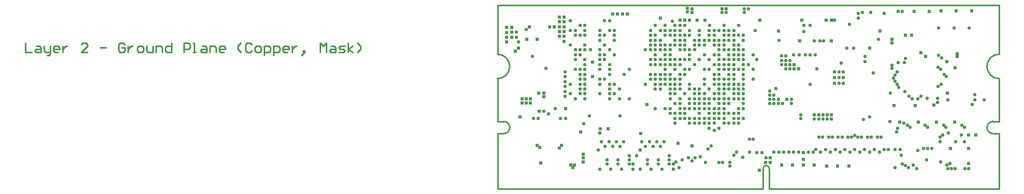
<source format=gbr>
G04 Layer_Physical_Order=2*
G04 Layer_Color=32768*
%FSLAX24Y24*%
%MOIN*%
%TF.FileFunction,Copper,L2,Inr,Plane*%
%TF.Part,Single*%
G01*
G75*
%TA.AperFunction,NonConductor*%
%ADD53C,0.0100*%
%TA.AperFunction,ViaPad*%
%ADD61C,0.0240*%
%ADD62C,0.0230*%
%ADD63C,0.0220*%
%TA.AperFunction,TestPad*%
%ADD64C,0.0220*%
D53*
X394Y3543D02*
G03*
X787Y3937I0J394D01*
G01*
D02*
G03*
X394Y4331I-394J0D01*
G01*
X0Y7087D02*
G03*
X787Y7874I0J787D01*
G01*
D02*
G03*
X0Y8661I-787J0D01*
G01*
X32283D02*
G03*
X31496Y7874I0J-787D01*
G01*
D02*
G03*
X32283Y7087I787J0D01*
G01*
X31890Y4331D02*
G03*
X31496Y3937I0J-394D01*
G01*
D02*
G03*
X31890Y3543I394J0D01*
G01*
X17480Y1299D02*
G03*
X17283Y1496I-197J0D01*
G01*
X17283D02*
G03*
X17087Y1299I0J-197D01*
G01*
X-0Y-0D02*
X0Y0D01*
X17087D01*
Y1299D01*
X17283Y1496D02*
X17283D01*
X17480Y0D02*
Y1299D01*
Y0D02*
X32283D01*
Y3150D01*
Y3543D01*
X31890D02*
X32283D01*
X31890Y4331D02*
X32283D01*
Y7087D01*
X32283Y8661D02*
X32283D01*
Y11811D01*
X0D02*
X32283D01*
X0Y8661D02*
Y11811D01*
Y8661D02*
X0D01*
X0Y4331D02*
Y7087D01*
Y4331D02*
X394D01*
X0Y3543D02*
X394D01*
X0Y-0D02*
Y3543D01*
X-0Y-0D02*
X0Y-0D01*
X-30400Y9400D02*
Y8800D01*
X-30000D01*
X-29700Y9200D02*
X-29500D01*
X-29400Y9100D01*
Y8800D01*
X-29700D01*
X-29800Y8900D01*
X-29700Y9000D01*
X-29400D01*
X-29200Y9200D02*
Y8900D01*
X-29100Y8800D01*
X-28801D01*
Y8700D01*
X-28900Y8600D01*
X-29000D01*
X-28801Y8800D02*
Y9200D01*
X-28301Y8800D02*
X-28501D01*
X-28601Y8900D01*
Y9100D01*
X-28501Y9200D01*
X-28301D01*
X-28201Y9100D01*
Y9000D01*
X-28601D01*
X-28001Y9200D02*
Y8800D01*
Y9000D01*
X-27901Y9100D01*
X-27801Y9200D01*
X-27701D01*
X-26401Y8800D02*
X-26801D01*
X-26401Y9200D01*
Y9300D01*
X-26501Y9400D01*
X-26701D01*
X-26801Y9300D01*
X-25602Y9100D02*
X-25202D01*
X-24002Y9300D02*
X-24102Y9400D01*
X-24302D01*
X-24402Y9300D01*
Y8900D01*
X-24302Y8800D01*
X-24102D01*
X-24002Y8900D01*
Y9100D01*
X-24202D01*
X-23802Y9200D02*
Y8800D01*
Y9000D01*
X-23702Y9100D01*
X-23602Y9200D01*
X-23502D01*
X-23102Y8800D02*
X-22902D01*
X-22802Y8900D01*
Y9100D01*
X-22902Y9200D01*
X-23102D01*
X-23202Y9100D01*
Y8900D01*
X-23102Y8800D01*
X-22603Y9200D02*
Y8900D01*
X-22503Y8800D01*
X-22203D01*
Y9200D01*
X-22003Y8800D02*
Y9200D01*
X-21703D01*
X-21603Y9100D01*
Y8800D01*
X-21003Y9400D02*
Y8800D01*
X-21303D01*
X-21403Y8900D01*
Y9100D01*
X-21303Y9200D01*
X-21003D01*
X-20203Y8800D02*
Y9400D01*
X-19903D01*
X-19803Y9300D01*
Y9100D01*
X-19903Y9000D01*
X-20203D01*
X-19603Y8800D02*
X-19404D01*
X-19504D01*
Y9400D01*
X-19603D01*
X-19004Y9200D02*
X-18804D01*
X-18704Y9100D01*
Y8800D01*
X-19004D01*
X-19104Y8900D01*
X-19004Y9000D01*
X-18704D01*
X-18504Y8800D02*
Y9200D01*
X-18204D01*
X-18104Y9100D01*
Y8800D01*
X-17604D02*
X-17804D01*
X-17904Y8900D01*
Y9100D01*
X-17804Y9200D01*
X-17604D01*
X-17504Y9100D01*
Y9000D01*
X-17904D01*
X-16504Y8800D02*
X-16704Y9000D01*
Y9200D01*
X-16504Y9400D01*
X-15805Y9300D02*
X-15905Y9400D01*
X-16105D01*
X-16205Y9300D01*
Y8900D01*
X-16105Y8800D01*
X-15905D01*
X-15805Y8900D01*
X-15505Y8800D02*
X-15305D01*
X-15205Y8900D01*
Y9100D01*
X-15305Y9200D01*
X-15505D01*
X-15605Y9100D01*
Y8900D01*
X-15505Y8800D01*
X-15005Y8600D02*
Y9200D01*
X-14705D01*
X-14605Y9100D01*
Y8900D01*
X-14705Y8800D01*
X-15005D01*
X-14405Y8600D02*
Y9200D01*
X-14105D01*
X-14005Y9100D01*
Y8900D01*
X-14105Y8800D01*
X-14405D01*
X-13505D02*
X-13705D01*
X-13805Y8900D01*
Y9100D01*
X-13705Y9200D01*
X-13505D01*
X-13405Y9100D01*
Y9000D01*
X-13805D01*
X-13206Y9200D02*
Y8800D01*
Y9000D01*
X-13106Y9100D01*
X-13006Y9200D01*
X-12906D01*
X-12506Y8700D02*
X-12406Y8800D01*
Y8900D01*
X-12506D01*
Y8800D01*
X-12406D01*
X-12506Y8700D01*
X-12606Y8600D01*
X-11406Y8800D02*
Y9400D01*
X-11206Y9200D01*
X-11006Y9400D01*
Y8800D01*
X-10706Y9200D02*
X-10506D01*
X-10406Y9100D01*
Y8800D01*
X-10706D01*
X-10806Y8900D01*
X-10706Y9000D01*
X-10406D01*
X-10207Y8800D02*
X-9907D01*
X-9807Y8900D01*
X-9907Y9000D01*
X-10107D01*
X-10207Y9100D01*
X-10107Y9200D01*
X-9807D01*
X-9607Y8800D02*
Y9400D01*
Y9000D02*
X-9307Y9200D01*
X-9607Y9000D02*
X-9307Y8800D01*
X-9007D02*
X-8807Y9000D01*
Y9200D01*
X-9007Y9400D01*
D61*
X19685Y1535D02*
D03*
X16850Y1181D02*
D03*
X24882Y11299D02*
D03*
X14449Y11575D02*
D03*
X14724D02*
D03*
X12520D02*
D03*
Y11339D02*
D03*
X12205Y11614D02*
D03*
X29587Y8701D02*
D03*
X19685Y2323D02*
D03*
X2126Y5512D02*
D03*
Y5787D02*
D03*
X1575D02*
D03*
Y5512D02*
D03*
X1850D02*
D03*
X21693Y7520D02*
D03*
Y7165D02*
D03*
Y6772D02*
D03*
X24606Y10157D02*
D03*
X16890Y10866D02*
D03*
X591Y9449D02*
D03*
Y9764D02*
D03*
Y10065D02*
D03*
Y10394D02*
D03*
X2047Y10433D02*
D03*
X4291Y9488D02*
D03*
X3976Y11063D02*
D03*
X21496Y4488D02*
D03*
Y4764D02*
D03*
X21220D02*
D03*
X25886Y4291D02*
D03*
X20394Y1535D02*
D03*
X18976D02*
D03*
X18268D02*
D03*
X19685Y1890D02*
D03*
X17559Y1969D02*
D03*
Y1693D02*
D03*
X17244D02*
D03*
X25512Y5354D02*
D03*
X25787Y11417D02*
D03*
X19449Y9528D02*
D03*
X25394Y9606D02*
D03*
Y9370D02*
D03*
X29449Y7795D02*
D03*
X6575Y3589D02*
D03*
X9213Y3543D02*
D03*
X9173Y2480D02*
D03*
X12520Y2756D02*
D03*
X11614Y2913D02*
D03*
X6614Y3858D02*
D03*
X7126D02*
D03*
X2795Y1654D02*
D03*
X1850Y5787D02*
D03*
X2638Y6142D02*
D03*
X9606Y5433D02*
D03*
X6102Y7205D02*
D03*
X4843Y1339D02*
D03*
X4961Y1535D02*
D03*
X4724D02*
D03*
X5512Y1732D02*
D03*
Y1969D02*
D03*
Y2205D02*
D03*
X2717Y2638D02*
D03*
X2559Y2795D02*
D03*
X4118Y2772D02*
D03*
X3971Y2632D02*
D03*
X2992Y6142D02*
D03*
Y5906D02*
D03*
X6102Y8150D02*
D03*
X5354Y3661D02*
D03*
X2677Y5000D02*
D03*
X1457Y4606D02*
D03*
X4370Y5157D02*
D03*
X1339Y9055D02*
D03*
X2559Y9606D02*
D03*
X906Y10394D02*
D03*
Y10079D02*
D03*
Y9764D02*
D03*
X1890Y9606D02*
D03*
X1142Y8858D02*
D03*
X3346Y10433D02*
D03*
X3661D02*
D03*
X3976D02*
D03*
Y10748D02*
D03*
Y10118D02*
D03*
X12047Y10866D02*
D03*
X12362D02*
D03*
X11732D02*
D03*
X12835D02*
D03*
X27559Y8504D02*
D03*
X27244Y8740D02*
D03*
X26654Y9882D02*
D03*
X26260D02*
D03*
X28898Y8189D02*
D03*
X29587Y8504D02*
D03*
X27067Y4291D02*
D03*
X28248D02*
D03*
X29429D02*
D03*
X28937Y6142D02*
D03*
X26870Y5354D02*
D03*
X28071Y5394D02*
D03*
X28543Y11457D02*
D03*
X29528D02*
D03*
X30512D02*
D03*
X27795Y11417D02*
D03*
X19567Y10866D02*
D03*
X21142D02*
D03*
X26811Y11417D02*
D03*
X30315Y3465D02*
D03*
X30787D02*
D03*
X30325Y1614D02*
D03*
X29134Y2598D02*
D03*
X30315D02*
D03*
X29124Y1614D02*
D03*
X21890Y1457D02*
D03*
X22598D02*
D03*
X21181D02*
D03*
X21496Y9528D02*
D03*
X23937Y9055D02*
D03*
X20945Y4764D02*
D03*
X20669D02*
D03*
X20394D02*
D03*
X8346Y11260D02*
D03*
X8031D02*
D03*
X7717D02*
D03*
X7402D02*
D03*
X3976Y9803D02*
D03*
X4291D02*
D03*
Y10118D02*
D03*
Y10433D02*
D03*
Y10748D02*
D03*
Y11063D02*
D03*
X21693Y10866D02*
D03*
X21496D02*
D03*
X13346D02*
D03*
X18071Y10157D02*
D03*
X10472Y10984D02*
D03*
X19094Y7992D02*
D03*
Y7717D02*
D03*
X19370D02*
D03*
D62*
X16142Y11575D02*
D03*
X14724Y11339D02*
D03*
X14449D02*
D03*
X15866Y11575D02*
D03*
Y11339D02*
D03*
X21220Y4488D02*
D03*
X20945D02*
D03*
X20669D02*
D03*
X20394D02*
D03*
X11417Y6102D02*
D03*
X11102Y8628D02*
D03*
X17913Y6457D02*
D03*
X18898Y5472D02*
D03*
Y5748D02*
D03*
X18622D02*
D03*
X18346Y5472D02*
D03*
X18071Y5748D02*
D03*
Y5472D02*
D03*
X17795D02*
D03*
Y5748D02*
D03*
Y6024D02*
D03*
X17520Y5472D02*
D03*
Y5748D02*
D03*
Y6024D02*
D03*
Y6299D02*
D03*
X22244Y7520D02*
D03*
X21969D02*
D03*
Y6772D02*
D03*
X22244Y7165D02*
D03*
X21969D02*
D03*
X22244Y6772D02*
D03*
X1220Y9764D02*
D03*
Y10079D02*
D03*
X1850Y10236D02*
D03*
X12205Y11378D02*
D03*
X14567Y6102D02*
D03*
X12992D02*
D03*
X3110Y7756D02*
D03*
X5984Y8937D02*
D03*
X5000Y5787D02*
D03*
X5630Y6417D02*
D03*
X6575Y7677D02*
D03*
X5630Y6732D02*
D03*
X6575D02*
D03*
Y7047D02*
D03*
X6890Y7047D02*
D03*
X5630Y7677D02*
D03*
X7205Y5787D02*
D03*
Y6102D02*
D03*
X5315Y7677D02*
D03*
X7205Y7362D02*
D03*
X10472D02*
D03*
X6575Y7992D02*
D03*
Y8307D02*
D03*
X10472Y6417D02*
D03*
X11417Y9567D02*
D03*
Y9882D02*
D03*
X12047Y7362D02*
D03*
X11732D02*
D03*
X12992Y5787D02*
D03*
Y5472D02*
D03*
X12362Y5787D02*
D03*
X14567Y7047D02*
D03*
X12992Y6417D02*
D03*
X13307Y7047D02*
D03*
X13937Y6102D02*
D03*
Y6732D02*
D03*
X13622Y6417D02*
D03*
X13937Y7362D02*
D03*
X13622Y7677D02*
D03*
X10472Y9567D02*
D03*
Y10197D02*
D03*
X12677Y4528D02*
D03*
X13307Y5157D02*
D03*
X13937D02*
D03*
X14882Y4843D02*
D03*
X15512Y5787D02*
D03*
X15827Y7362D02*
D03*
X15197Y7992D02*
D03*
X15827Y4528D02*
D03*
Y9567D02*
D03*
X14567Y9252D02*
D03*
Y9882D02*
D03*
X14252Y8307D02*
D03*
X13622D02*
D03*
X13307Y8622D02*
D03*
X12047Y7677D02*
D03*
X12362Y8307D02*
D03*
Y8622D02*
D03*
X12992Y8307D02*
D03*
X11732D02*
D03*
Y7047D02*
D03*
X12047Y9252D02*
D03*
Y9567D02*
D03*
X11732Y10197D02*
D03*
X12362Y6732D02*
D03*
X12047Y4843D02*
D03*
X11732Y5472D02*
D03*
Y6732D02*
D03*
X11102Y7992D02*
D03*
X11732Y7992D02*
D03*
X12047Y6102D02*
D03*
X5000Y8307D02*
D03*
X4685Y10827D02*
D03*
Y10197D02*
D03*
X5000D02*
D03*
X4685Y9252D02*
D03*
X5000Y8622D02*
D03*
X4685Y6732D02*
D03*
Y6102D02*
D03*
X7205Y10827D02*
D03*
X7520Y10197D02*
D03*
Y9882D02*
D03*
Y9567D02*
D03*
X6890Y8622D02*
D03*
X7205Y7992D02*
D03*
X7520Y6732D02*
D03*
Y6102D02*
D03*
X7205Y7677D02*
D03*
X5630Y7362D02*
D03*
Y5787D02*
D03*
Y7992D02*
D03*
X7205Y6732D02*
D03*
Y6417D02*
D03*
X5630Y6102D02*
D03*
X6575D02*
D03*
X5630Y7047D02*
D03*
X11102Y8307D02*
D03*
X10157Y8622D02*
D03*
X10787Y9882D02*
D03*
X2244Y8504D02*
D03*
X12677Y7992D02*
D03*
X13307Y9252D02*
D03*
X25394Y7953D02*
D03*
Y7756D02*
D03*
X25984Y2165D02*
D03*
X13307Y6102D02*
D03*
X18268Y8543D02*
D03*
X18543D02*
D03*
X18268Y8268D02*
D03*
X18543D02*
D03*
X18819D02*
D03*
Y7992D02*
D03*
X18543D02*
D03*
X18268D02*
D03*
X18543Y7717D02*
D03*
X18819D02*
D03*
D63*
X24528Y9606D02*
D03*
X16220Y3189D02*
D03*
X16457D02*
D03*
X20000Y2362D02*
D03*
X18425D02*
D03*
X19055D02*
D03*
X16693Y2323D02*
D03*
X19370Y2362D02*
D03*
X18740D02*
D03*
X18110D02*
D03*
X17795D02*
D03*
X17008Y2323D02*
D03*
X16220Y2362D02*
D03*
X14961Y1693D02*
D03*
Y1457D02*
D03*
X25591Y2520D02*
D03*
X25906D02*
D03*
X25157D02*
D03*
X24882D02*
D03*
X24252D02*
D03*
X23622D02*
D03*
X22992D02*
D03*
X22362D02*
D03*
X21732D02*
D03*
X21102D02*
D03*
X20472D02*
D03*
X27953Y2598D02*
D03*
X27402D02*
D03*
X27677D02*
D03*
X26378Y4094D02*
D03*
X26142Y4213D02*
D03*
X23819Y3307D02*
D03*
X23307Y2362D02*
D03*
X23425Y3307D02*
D03*
X22992Y3425D02*
D03*
X20669Y3307D02*
D03*
X21299D02*
D03*
X20906D02*
D03*
X21929D02*
D03*
X21535D02*
D03*
X22559D02*
D03*
X22165D02*
D03*
X23189D02*
D03*
X22795D02*
D03*
X24449D02*
D03*
X24055D02*
D03*
X24685D02*
D03*
X20787Y2362D02*
D03*
X13032Y2047D02*
D03*
X12717Y1969D02*
D03*
X12520Y1772D02*
D03*
X9843Y9882D02*
D03*
X11732Y5787D02*
D03*
X19528Y4764D02*
D03*
Y4528D02*
D03*
X11102Y9252D02*
D03*
X22480Y9055D02*
D03*
X22913D02*
D03*
X22126Y8071D02*
D03*
X23228Y10984D02*
D03*
Y11299D02*
D03*
X22638Y10591D02*
D03*
X24016Y11339D02*
D03*
X26063Y11417D02*
D03*
X19409Y8622D02*
D03*
X19803D02*
D03*
X20118D02*
D03*
X20433D02*
D03*
X19055D02*
D03*
X17283Y1969D02*
D03*
X25669Y3661D02*
D03*
X28661Y3465D02*
D03*
X16457Y8622D02*
D03*
X15512Y8937D02*
D03*
X15827D02*
D03*
X14567Y8307D02*
D03*
X14882Y7992D02*
D03*
X15197Y2165D02*
D03*
X15787Y2008D02*
D03*
X24567Y2362D02*
D03*
X14567Y7992D02*
D03*
X14882Y8307D02*
D03*
Y7677D02*
D03*
X15197Y8307D02*
D03*
X15512D02*
D03*
X15827D02*
D03*
X15197Y7677D02*
D03*
X23937Y2362D02*
D03*
X16457Y7677D02*
D03*
X16142Y7992D02*
D03*
X16457Y7047D02*
D03*
X14252Y7992D02*
D03*
X15827Y7677D02*
D03*
Y7992D02*
D03*
X15512Y7677D02*
D03*
X13937Y8622D02*
D03*
X14567Y7677D02*
D03*
X15197Y7362D02*
D03*
X13937Y7992D02*
D03*
X14252Y7677D02*
D03*
X22047Y2362D02*
D03*
X15827Y7047D02*
D03*
X14882Y7362D02*
D03*
Y7047D02*
D03*
X27047Y2441D02*
D03*
X15827Y8622D02*
D03*
X14882D02*
D03*
X15197D02*
D03*
Y9252D02*
D03*
X15512D02*
D03*
Y8622D02*
D03*
X26457Y1339D02*
D03*
X26732Y1535D02*
D03*
X26969Y1299D02*
D03*
X27598Y1850D02*
D03*
X27520Y4094D02*
D03*
X28465Y3031D02*
D03*
Y3307D02*
D03*
X28504Y1732D02*
D03*
X31299Y5709D02*
D03*
X30709Y6063D02*
D03*
Y5709D02*
D03*
X11732Y9567D02*
D03*
X12047Y8937D02*
D03*
X12677Y9567D02*
D03*
Y9252D02*
D03*
X29843Y3465D02*
D03*
X30039Y3937D02*
D03*
X29488Y3031D02*
D03*
X29882Y4094D02*
D03*
X29016Y3583D02*
D03*
X13937Y9567D02*
D03*
Y10197D02*
D03*
X14252D02*
D03*
X14567Y10512D02*
D03*
X30039Y3031D02*
D03*
X20748Y9528D02*
D03*
X15197Y9882D02*
D03*
Y9567D02*
D03*
X14567Y10197D02*
D03*
X13622Y9882D02*
D03*
Y10197D02*
D03*
X14252Y9567D02*
D03*
X14882Y8937D02*
D03*
X15197D02*
D03*
X15827Y9882D02*
D03*
X18110Y9567D02*
D03*
X14882D02*
D03*
X20394Y9528D02*
D03*
X14567Y9567D02*
D03*
X13937Y9882D02*
D03*
X12047D02*
D03*
X13543Y2559D02*
D03*
X13740Y2756D02*
D03*
X14488Y1693D02*
D03*
X14252D02*
D03*
X13386D02*
D03*
X15827Y5157D02*
D03*
X15512D02*
D03*
X15827Y6102D02*
D03*
Y6417D02*
D03*
X15512Y6102D02*
D03*
X15197Y6417D02*
D03*
X14567Y5157D02*
D03*
X11693Y1339D02*
D03*
X11496Y1732D02*
D03*
X11890Y1850D02*
D03*
X15512Y4213D02*
D03*
X15197D02*
D03*
X15512Y4843D02*
D03*
Y4528D02*
D03*
X15197D02*
D03*
Y4843D02*
D03*
X14567Y4528D02*
D03*
Y4843D02*
D03*
X14882Y5787D02*
D03*
X14252Y4843D02*
D03*
Y4528D02*
D03*
X13937Y3740D02*
D03*
X13622Y5157D02*
D03*
Y3898D02*
D03*
Y4213D02*
D03*
X12992Y4843D02*
D03*
X12992Y5157D02*
D03*
X8937Y2126D02*
D03*
X12992Y4213D02*
D03*
X13307Y4528D02*
D03*
X12992D02*
D03*
X12362D02*
D03*
X12047D02*
D03*
X12677Y5472D02*
D03*
X11417Y4843D02*
D03*
Y4528D02*
D03*
X12362Y5157D02*
D03*
X7874Y2717D02*
D03*
X7402D02*
D03*
X6929D02*
D03*
X8110Y3031D02*
D03*
X7638D02*
D03*
X7165D02*
D03*
X6693D02*
D03*
X14252Y5472D02*
D03*
X13937Y5787D02*
D03*
Y4843D02*
D03*
X13622D02*
D03*
Y5472D02*
D03*
X16575Y10197D02*
D03*
X25276Y6142D02*
D03*
X14567Y8937D02*
D03*
X19724Y10118D02*
D03*
X20118Y10512D02*
D03*
X19724D02*
D03*
X14252Y6102D02*
D03*
X13622Y4528D02*
D03*
Y5787D02*
D03*
X13307D02*
D03*
X12677D02*
D03*
X8465Y2126D02*
D03*
X8701Y1575D02*
D03*
X11417Y5472D02*
D03*
X11102Y5157D02*
D03*
X9173Y1260D02*
D03*
X9882D02*
D03*
X9646Y1575D02*
D03*
Y1850D02*
D03*
X10354Y1575D02*
D03*
Y1850D02*
D03*
X10591Y1260D02*
D03*
X11063Y1850D02*
D03*
Y1575D02*
D03*
X11299Y1260D02*
D03*
X8701D02*
D03*
X8465Y1575D02*
D03*
Y1850D02*
D03*
X7992Y1260D02*
D03*
X7756Y1850D02*
D03*
Y1575D02*
D03*
X7047Y1850D02*
D03*
Y1575D02*
D03*
X7283Y1260D02*
D03*
X6575D02*
D03*
X10787Y5157D02*
D03*
X10157D02*
D03*
X4331Y7520D02*
D03*
Y7205D02*
D03*
Y6890D02*
D03*
Y6575D02*
D03*
Y6260D02*
D03*
Y5945D02*
D03*
X11102Y10197D02*
D03*
X6575Y9567D02*
D03*
X5315Y6732D02*
D03*
X10787Y7362D02*
D03*
Y7047D02*
D03*
X10472D02*
D03*
X10157Y6417D02*
D03*
X10787Y7677D02*
D03*
X11102Y6732D02*
D03*
X8465Y7677D02*
D03*
X5315Y6102D02*
D03*
X10787Y7992D02*
D03*
X10157Y7362D02*
D03*
X9843Y7047D02*
D03*
X5315Y6417D02*
D03*
X11102Y7362D02*
D03*
X5315Y7047D02*
D03*
X11417Y6417D02*
D03*
X8465Y5787D02*
D03*
X11102D02*
D03*
X10157Y6732D02*
D03*
X13307Y5472D02*
D03*
X15512Y6732D02*
D03*
X12047Y8307D02*
D03*
X12362Y8937D02*
D03*
X11732D02*
D03*
X12677Y6417D02*
D03*
X12362D02*
D03*
X12677Y6102D02*
D03*
X12362Y7677D02*
D03*
X11732Y6417D02*
D03*
X5000Y9882D02*
D03*
X7520Y8622D02*
D03*
X10472Y6732D02*
D03*
X11102Y7047D02*
D03*
X10157D02*
D03*
X10787Y9252D02*
D03*
X7835Y5787D02*
D03*
X11102Y6417D02*
D03*
X5315Y7362D02*
D03*
X5000Y7677D02*
D03*
X9528Y6732D02*
D03*
X11102Y6102D02*
D03*
X10787Y6732D02*
D03*
X8150Y7362D02*
D03*
X10787Y8307D02*
D03*
Y8937D02*
D03*
X11417Y8307D02*
D03*
Y7992D02*
D03*
Y7677D02*
D03*
X7205Y8937D02*
D03*
X10787Y8622D02*
D03*
X5315Y8937D02*
D03*
X5630D02*
D03*
X10157Y8307D02*
D03*
X10472D02*
D03*
Y7992D02*
D03*
X10157D02*
D03*
X5000Y8937D02*
D03*
X5630Y8307D02*
D03*
X9843Y7992D02*
D03*
Y8307D02*
D03*
X6575Y8622D02*
D03*
X5630Y9252D02*
D03*
X10157D02*
D03*
X5315Y8622D02*
D03*
X6890Y9252D02*
D03*
X9843Y8937D02*
D03*
X9528D02*
D03*
X6575D02*
D03*
X10157Y8937D02*
D03*
X10472Y8937D02*
D03*
X11102D02*
D03*
X6890Y8307D02*
D03*
X5630Y9882D02*
D03*
X9843Y10197D02*
D03*
X10157Y9882D02*
D03*
Y9567D02*
D03*
X10472Y9252D02*
D03*
X6890Y10827D02*
D03*
X10787Y10197D02*
D03*
X5630Y10512D02*
D03*
X10157D02*
D03*
X6575Y10197D02*
D03*
Y9882D02*
D03*
X6890D02*
D03*
X5630Y10197D02*
D03*
X9843Y9567D02*
D03*
X5315Y10512D02*
D03*
X10787D02*
D03*
X5315Y9882D02*
D03*
X9843Y9252D02*
D03*
X7205Y10197D02*
D03*
X7835Y6417D02*
D03*
X9843Y7362D02*
D03*
X4055Y4528D02*
D03*
X4370D02*
D03*
X2992Y5000D02*
D03*
X5551Y4173D02*
D03*
X12362Y5472D02*
D03*
X11732Y5157D02*
D03*
Y4843D02*
D03*
X12677Y5157D02*
D03*
X2598Y4528D02*
D03*
X3268Y4803D02*
D03*
X2323Y4528D02*
D03*
X12362Y4213D02*
D03*
X12677D02*
D03*
X11732Y4528D02*
D03*
X11417Y4213D02*
D03*
X11102Y4843D02*
D03*
X7874Y4685D02*
D03*
X12047Y5157D02*
D03*
X5906Y4685D02*
D03*
X3701Y5157D02*
D03*
X11732Y9252D02*
D03*
X11260Y10787D02*
D03*
X1339Y9449D02*
D03*
X12362Y10197D02*
D03*
X11417Y9252D02*
D03*
X11732Y9882D02*
D03*
X12047Y10512D02*
D03*
X11417D02*
D03*
X11732D02*
D03*
X15197Y10197D02*
D03*
X15512Y9882D02*
D03*
X12992Y9567D02*
D03*
X25709Y7520D02*
D03*
X25591Y7323D02*
D03*
X25709Y6732D02*
D03*
X25827Y6535D02*
D03*
X25591Y6929D02*
D03*
X26220Y6260D02*
D03*
X14252Y9252D02*
D03*
Y8937D02*
D03*
X27244Y5945D02*
D03*
X27047Y5787D02*
D03*
X26693D02*
D03*
X26496Y5945D02*
D03*
X13937Y9252D02*
D03*
X12362Y9882D02*
D03*
X11102D02*
D03*
X12992Y9252D02*
D03*
X14882Y10197D02*
D03*
X15512Y10512D02*
D03*
X25472Y7126D02*
D03*
X14882Y9882D02*
D03*
X9291Y3031D02*
D03*
X9764D02*
D03*
X10236D02*
D03*
X10709D02*
D03*
X9528Y2717D02*
D03*
X10000D02*
D03*
X13307Y4213D02*
D03*
X27675Y3939D02*
D03*
X28858Y3937D02*
D03*
X28701Y4094D02*
D03*
X28346Y6575D02*
D03*
X28543Y6732D02*
D03*
X28346Y7835D02*
D03*
X11063Y2126D02*
D03*
X11299Y1575D02*
D03*
X14252Y5787D02*
D03*
X14567Y5472D02*
D03*
X14882D02*
D03*
X13937Y4213D02*
D03*
Y4528D02*
D03*
X14252Y5157D02*
D03*
X14567Y4213D02*
D03*
X14882D02*
D03*
X10472Y2717D02*
D03*
X14252Y3898D02*
D03*
X26260Y8386D02*
D03*
X26181Y8110D02*
D03*
X25787D02*
D03*
X27638Y5827D02*
D03*
X28307Y5551D02*
D03*
Y5827D02*
D03*
X28976Y5709D02*
D03*
X11417Y10197D02*
D03*
X12992Y9882D02*
D03*
X13307Y9567D02*
D03*
X23661Y8504D02*
D03*
Y8189D02*
D03*
X30354Y10344D02*
D03*
X29370D02*
D03*
X28386D02*
D03*
Y8583D02*
D03*
X28583Y8425D02*
D03*
X28502Y7679D02*
D03*
X28740Y7362D02*
D03*
X28896Y7207D02*
D03*
X12992Y10197D02*
D03*
X30315Y1299D02*
D03*
X30079D02*
D03*
X12677Y8937D02*
D03*
X28898Y1535D02*
D03*
X29449Y1299D02*
D03*
X29213D02*
D03*
X28976D02*
D03*
X25591Y1339D02*
D03*
X26063Y1575D02*
D03*
X15827Y5472D02*
D03*
X15197Y5787D02*
D03*
Y6102D02*
D03*
X14567Y5787D02*
D03*
X15512Y6417D02*
D03*
X14252D02*
D03*
X14567D02*
D03*
X14882D02*
D03*
X15827Y5787D02*
D03*
X14567Y6732D02*
D03*
X14882D02*
D03*
X20315Y2362D02*
D03*
X14252Y6732D02*
D03*
Y7047D02*
D03*
X15197Y6732D02*
D03*
Y7047D02*
D03*
X15827Y6732D02*
D03*
X13937Y7047D02*
D03*
X14252Y7362D02*
D03*
X21417Y2362D02*
D03*
X14252Y8622D02*
D03*
X26260Y1496D02*
D03*
X25748Y3898D02*
D03*
X16693Y8307D02*
D03*
X25236Y4331D02*
D03*
X20984Y9528D02*
D03*
X20118Y6732D02*
D03*
X20551Y7717D02*
D03*
X23937Y4606D02*
D03*
X13307Y6732D02*
D03*
X11417D02*
D03*
Y7047D02*
D03*
X6496Y2486D02*
D03*
X13622Y9567D02*
D03*
X24173Y7441D02*
D03*
X13307Y7677D02*
D03*
X30551Y5433D02*
D03*
X13661Y10512D02*
D03*
X12283Y1969D02*
D03*
X26534Y3939D02*
D03*
X22677Y2362D02*
D03*
X15394D02*
D03*
D64*
X23543Y4449D02*
D03*
X23465Y11339D02*
D03*
%TF.MD5,7adc2889ae5655184acc9dea544cb865*%
M02*

</source>
